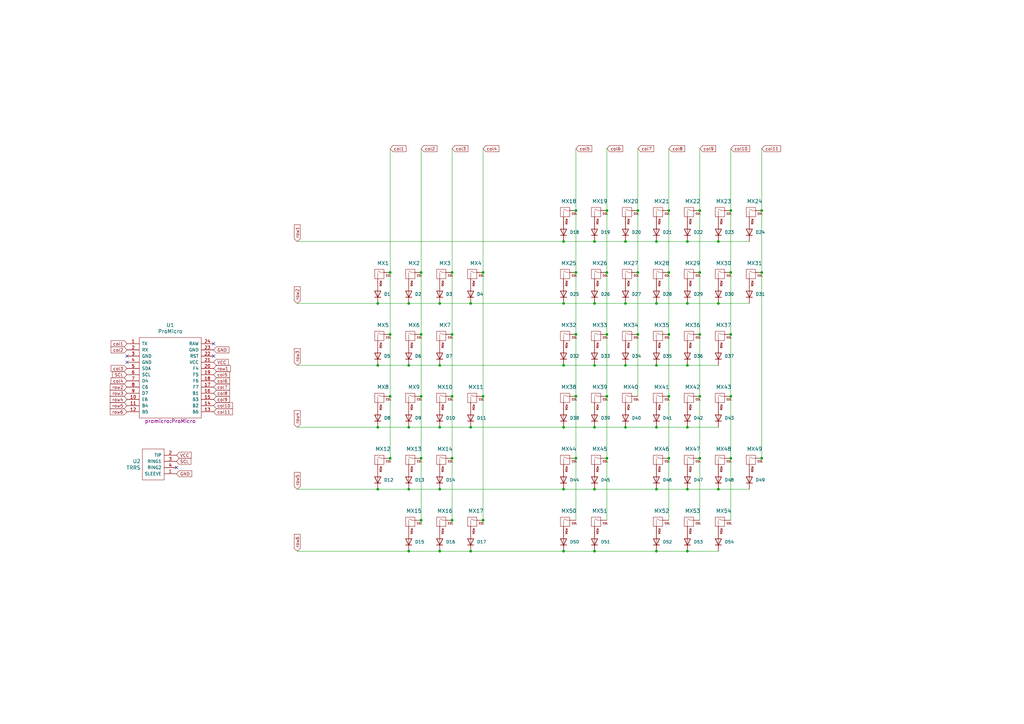
<source format=kicad_sch>
(kicad_sch (version 20230121) (generator eeschema)
  (paper "A3")
  (junction (at 154.94 175.26))
  (junction (at 236.22 86.36))
  (junction (at 287.02 86.36))
  (junction (at 294.64 124.46))
  (junction (at 269.24 226.06))
  (junction (at 243.84 200.66))
  (junction (at 287.02 162.56))
  (junction (at 274.32 111.76))
  (junction (at 287.02 111.76))
  (junction (at 312.42 86.36))
  (junction (at 281.94 175.26))
  (junction (at 312.42 111.76))
  (junction (at 231.14 226.06))
  (junction (at 274.32 86.36))
  (junction (at 193.04 226.06))
  (junction (at 269.24 149.86))
  (junction (at 281.94 200.66))
  (junction (at 261.62 86.36))
  (junction (at 243.84 99.06))
  (junction (at 281.94 149.86))
  (junction (at 172.72 137.16))
  (junction (at 231.14 149.86))
  (junction (at 274.32 187.96))
  (junction (at 160.02 111.76))
  (junction (at 248.92 187.96))
  (junction (at 198.12 162.56))
  (junction (at 185.42 213.36))
  (junction (at 185.42 111.76))
  (junction (at 160.02 187.96))
  (junction (at 248.92 111.76))
  (junction (at 248.92 137.16))
  (junction (at 167.64 226.06))
  (junction (at 172.72 213.36))
  (junction (at 269.24 175.26))
  (junction (at 243.84 226.06))
  (junction (at 299.72 137.16))
  (junction (at 243.84 124.46))
  (junction (at 160.02 162.56))
  (junction (at 180.34 149.86))
  (junction (at 299.72 86.36))
  (junction (at 185.42 137.16))
  (junction (at 172.72 111.76))
  (junction (at 299.72 162.56))
  (junction (at 185.42 162.56))
  (junction (at 236.22 137.16))
  (junction (at 231.14 200.66))
  (junction (at 236.22 111.76))
  (junction (at 312.42 187.96))
  (junction (at 154.94 149.86))
  (junction (at 231.14 99.06))
  (junction (at 269.24 200.66))
  (junction (at 299.72 187.96))
  (junction (at 167.64 149.86))
  (junction (at 172.72 162.56))
  (junction (at 287.02 187.96))
  (junction (at 198.12 213.36))
  (junction (at 256.54 99.06))
  (junction (at 180.34 175.26))
  (junction (at 167.64 200.66))
  (junction (at 256.54 124.46))
  (junction (at 248.92 162.56))
  (junction (at 243.84 149.86))
  (junction (at 180.34 124.46))
  (junction (at 193.04 124.46))
  (junction (at 281.94 124.46))
  (junction (at 154.94 124.46))
  (junction (at 294.64 99.06))
  (junction (at 294.64 200.66))
  (junction (at 180.34 226.06))
  (junction (at 256.54 149.86))
  (junction (at 231.14 175.26))
  (junction (at 198.12 111.76))
  (junction (at 154.94 200.66))
  (junction (at 180.34 200.66))
  (junction (at 281.94 99.06))
  (junction (at 256.54 175.26))
  (junction (at 248.92 86.36))
  (junction (at 167.64 175.26))
  (junction (at 269.24 99.06))
  (junction (at 287.02 137.16))
  (junction (at 274.32 162.56))
  (junction (at 261.62 111.76))
  (junction (at 231.14 124.46))
  (junction (at 236.22 162.56))
  (junction (at 269.24 124.46))
  (junction (at 299.72 111.76))
  (junction (at 274.32 137.16))
  (junction (at 167.64 124.46))
  (junction (at 236.22 187.96))
  (junction (at 243.84 175.26))
  (junction (at 261.62 137.16))
  (junction (at 193.04 175.26))
  (junction (at 160.02 137.16))
  (junction (at 281.94 226.06))
  (junction (at 172.72 187.96))
  (junction (at 185.42 187.96))
  (no_connect (at 87.63 146.05))
  (no_connect (at 52.07 148.59))
  (no_connect (at 72.39 191.77))
  (no_connect (at 87.63 140.97))
  (no_connect (at 52.07 146.05))
  (wire (pts (xy 256.54 175.26) (xy 269.24 175.26)))
  (wire (pts (xy 154.94 149.86) (xy 167.64 149.86)))
  (wire (pts (xy 160.02 111.76) (xy 160.02 137.16)))
  (wire (pts (xy 299.72 86.36) (xy 299.72 111.76)))
  (wire (pts (xy 312.42 187.96) (xy 312.42 189.23)))
  (wire (pts (xy 172.72 162.56) (xy 172.72 187.96)))
  (wire (pts (xy 231.14 175.26) (xy 243.84 175.26)))
  (wire (pts (xy 287.02 111.76) (xy 287.02 137.16)))
  (wire (pts (xy 243.84 124.46) (xy 256.54 124.46)))
  (wire (pts (xy 236.22 137.16) (xy 236.22 162.56)))
  (wire (pts (xy 287.02 137.16) (xy 287.02 162.56)))
  (wire (pts (xy 256.54 124.46) (xy 269.24 124.46)))
  (wire (pts (xy 198.12 162.56) (xy 198.12 213.36)))
  (wire (pts (xy 274.32 111.76) (xy 274.32 137.16)))
  (wire (pts (xy 231.14 149.86) (xy 243.84 149.86)))
  (wire (pts (xy 236.22 162.56) (xy 236.22 187.96)))
  (wire (pts (xy 281.94 175.26) (xy 294.64 175.26)))
  (wire (pts (xy 248.92 86.36) (xy 248.92 111.76)))
  (wire (pts (xy 160.02 189.23) (xy 160.02 187.96)))
  (wire (pts (xy 193.04 175.26) (xy 231.14 175.26)))
  (wire (pts (xy 160.02 162.56) (xy 160.02 187.96)))
  (wire (pts (xy 121.92 99.06) (xy 231.14 99.06)))
  (wire (pts (xy 172.72 60.96) (xy 172.72 111.76)))
  (wire (pts (xy 287.02 162.56) (xy 287.02 187.96)))
  (wire (pts (xy 167.64 124.46) (xy 180.34 124.46)))
  (wire (pts (xy 269.24 124.46) (xy 281.94 124.46)))
  (wire (pts (xy 172.72 111.76) (xy 172.72 137.16)))
  (wire (pts (xy 121.92 149.86) (xy 154.94 149.86)))
  (wire (pts (xy 299.72 162.56) (xy 299.72 187.96)))
  (wire (pts (xy 198.12 111.76) (xy 198.12 162.56)))
  (wire (pts (xy 180.34 124.46) (xy 193.04 124.46)))
  (wire (pts (xy 261.62 111.76) (xy 261.62 137.16)))
  (wire (pts (xy 154.94 200.66) (xy 167.64 200.66)))
  (wire (pts (xy 312.42 60.96) (xy 312.42 86.36)))
  (wire (pts (xy 185.42 162.56) (xy 185.42 187.96)))
  (wire (pts (xy 154.94 175.26) (xy 167.64 175.26)))
  (wire (pts (xy 198.12 214.63) (xy 198.12 213.36)))
  (wire (pts (xy 274.32 162.56) (xy 274.32 187.96)))
  (wire (pts (xy 231.14 99.06) (xy 243.84 99.06)))
  (wire (pts (xy 121.92 200.66) (xy 154.94 200.66)))
  (wire (pts (xy 167.64 226.06) (xy 180.34 226.06)))
  (wire (pts (xy 167.64 200.66) (xy 180.34 200.66)))
  (wire (pts (xy 243.84 226.06) (xy 269.24 226.06)))
  (wire (pts (xy 269.24 200.66) (xy 281.94 200.66)))
  (wire (pts (xy 281.94 99.06) (xy 294.64 99.06)))
  (wire (pts (xy 261.62 86.36) (xy 261.62 111.76)))
  (wire (pts (xy 274.32 60.96) (xy 274.32 86.36)))
  (wire (pts (xy 185.42 214.63) (xy 185.42 213.36)))
  (wire (pts (xy 299.72 60.96) (xy 299.72 86.36)))
  (wire (pts (xy 281.94 200.66) (xy 294.64 200.66)))
  (wire (pts (xy 269.24 175.26) (xy 281.94 175.26)))
  (wire (pts (xy 231.14 200.66) (xy 243.84 200.66)))
  (wire (pts (xy 299.72 187.96) (xy 299.72 213.36)))
  (wire (pts (xy 243.84 200.66) (xy 269.24 200.66)))
  (wire (pts (xy 193.04 226.06) (xy 231.14 226.06)))
  (wire (pts (xy 248.92 137.16) (xy 248.92 162.56)))
  (wire (pts (xy 274.32 187.96) (xy 274.32 213.36)))
  (wire (pts (xy 281.94 124.46) (xy 294.64 124.46)))
  (wire (pts (xy 180.34 226.06) (xy 193.04 226.06)))
  (wire (pts (xy 172.72 187.96) (xy 172.72 213.36)))
  (wire (pts (xy 154.94 124.46) (xy 167.64 124.46)))
  (wire (pts (xy 243.84 99.06) (xy 256.54 99.06)))
  (wire (pts (xy 167.64 175.26) (xy 180.34 175.26)))
  (wire (pts (xy 236.22 86.36) (xy 236.22 111.76)))
  (wire (pts (xy 193.04 124.46) (xy 231.14 124.46)))
  (wire (pts (xy 299.72 111.76) (xy 299.72 137.16)))
  (wire (pts (xy 180.34 149.86) (xy 231.14 149.86)))
  (wire (pts (xy 243.84 149.86) (xy 256.54 149.86)))
  (wire (pts (xy 281.94 149.86) (xy 294.64 149.86)))
  (wire (pts (xy 198.12 60.96) (xy 198.12 111.76)))
  (wire (pts (xy 269.24 99.06) (xy 281.94 99.06)))
  (wire (pts (xy 172.72 137.16) (xy 172.72 162.56)))
  (wire (pts (xy 185.42 111.76) (xy 185.42 137.16)))
  (wire (pts (xy 287.02 86.36) (xy 287.02 111.76)))
  (wire (pts (xy 294.64 200.66) (xy 307.34 200.66)))
  (wire (pts (xy 236.22 187.96) (xy 236.22 213.36)))
  (wire (pts (xy 294.64 99.06) (xy 307.34 99.06)))
  (wire (pts (xy 172.72 214.63) (xy 172.72 213.36)))
  (wire (pts (xy 294.64 124.46) (xy 307.34 124.46)))
  (wire (pts (xy 287.02 60.96) (xy 287.02 86.36)))
  (wire (pts (xy 281.94 226.06) (xy 294.64 226.06)))
  (wire (pts (xy 121.92 175.26) (xy 154.94 175.26)))
  (wire (pts (xy 243.84 175.26) (xy 256.54 175.26)))
  (wire (pts (xy 121.92 124.46) (xy 154.94 124.46)))
  (wire (pts (xy 274.32 86.36) (xy 274.32 111.76)))
  (wire (pts (xy 231.14 124.46) (xy 243.84 124.46)))
  (wire (pts (xy 269.24 149.86) (xy 281.94 149.86)))
  (wire (pts (xy 167.64 149.86) (xy 180.34 149.86)))
  (wire (pts (xy 231.14 226.06) (xy 243.84 226.06)))
  (wire (pts (xy 312.42 111.76) (xy 312.42 187.96)))
  (wire (pts (xy 236.22 60.96) (xy 236.22 86.36)))
  (wire (pts (xy 180.34 200.66) (xy 231.14 200.66)))
  (wire (pts (xy 121.92 226.06) (xy 167.64 226.06)))
  (wire (pts (xy 248.92 111.76) (xy 248.92 137.16)))
  (wire (pts (xy 287.02 187.96) (xy 287.02 213.36)))
  (wire (pts (xy 185.42 137.16) (xy 185.42 162.56)))
  (wire (pts (xy 248.92 162.56) (xy 248.92 187.96)))
  (wire (pts (xy 299.72 137.16) (xy 299.72 162.56)))
  (wire (pts (xy 261.62 137.16) (xy 261.62 162.56)))
  (wire (pts (xy 248.92 60.96) (xy 248.92 86.36)))
  (wire (pts (xy 248.92 187.96) (xy 248.92 213.36)))
  (wire (pts (xy 185.42 60.96) (xy 185.42 111.76)))
  (wire (pts (xy 312.42 86.36) (xy 312.42 111.76)))
  (wire (pts (xy 256.54 99.06) (xy 269.24 99.06)))
  (wire (pts (xy 256.54 149.86) (xy 269.24 149.86)))
  (wire (pts (xy 160.02 137.16) (xy 160.02 162.56)))
  (wire (pts (xy 185.42 187.96) (xy 185.42 213.36)))
  (wire (pts (xy 160.02 60.96) (xy 160.02 111.76)))
  (wire (pts (xy 261.62 60.96) (xy 261.62 86.36)))
  (wire (pts (xy 180.34 175.26) (xy 193.04 175.26)))
  (wire (pts (xy 236.22 111.76) (xy 236.22 137.16)))
  (wire (pts (xy 269.24 226.06) (xy 281.94 226.06)))
  (wire (pts (xy 274.32 137.16) (xy 274.32 162.56)))
  (global_label "row4" (shape input) (at 121.92 175.26 90) (property "Intersheetrefs" "${INTERSHEET_REFS}" (effects hide)))
  (global_label "col3" (shape input) (at 185.42 60.96 0) (property "Intersheetrefs" "${INTERSHEET_REFS}" (effects hide)))
  (global_label "col7" (shape input) (at 87.63 158.75 0) (property "Intersheetrefs" "${INTERSHEET_REFS}" (effects hide)))
  (global_label "GND" (shape input) (at 87.63 143.51 0) (property "Intersheetrefs" "${INTERSHEET_REFS}" (effects hide)))
  (global_label "VCC" (shape input) (at 72.39 186.69 0) (property "Intersheetrefs" "${INTERSHEET_REFS}" (effects hide)))
  (global_label "SCL" (shape input) (at 52.07 153.67 180) (property "Intersheetrefs" "${INTERSHEET_REFS}" (effects hide)))
  (global_label "row3" (shape input) (at 52.07 161.29 180) (property "Intersheetrefs" "${INTERSHEET_REFS}" (effects hide)))
  (global_label "col5" (shape input) (at 87.63 153.67 0) (property "Intersheetrefs" "${INTERSHEET_REFS}" (effects hide)))
  (global_label "col9" (shape input) (at 287.02 60.96 0) (property "Intersheetrefs" "${INTERSHEET_REFS}" (effects hide)))
  (global_label "row3" (shape input) (at 121.92 149.86 90) (property "Intersheetrefs" "${INTERSHEET_REFS}" (effects hide)))
  (global_label "row1" (shape input) (at 87.63 151.13 0) (property "Intersheetrefs" "${INTERSHEET_REFS}" (effects hide)))
  (global_label "col7" (shape input) (at 261.62 60.96 0) (property "Intersheetrefs" "${INTERSHEET_REFS}" (effects hide)))
  (global_label "col8" (shape input) (at 274.32 60.96 0) (property "Intersheetrefs" "${INTERSHEET_REFS}" (effects hide)))
  (global_label "col10" (shape input) (at 299.72 60.96 0) (property "Intersheetrefs" "${INTERSHEET_REFS}" (effects hide)))
  (global_label "col8" (shape input) (at 87.63 161.29 0) (property "Intersheetrefs" "${INTERSHEET_REFS}" (effects hide)))
  (global_label "row2" (shape input) (at 121.92 124.46 90) (property "Intersheetrefs" "${INTERSHEET_REFS}" (effects hide)))
  (global_label "row5" (shape input) (at 52.07 166.37 180) (property "Intersheetrefs" "${INTERSHEET_REFS}" (effects hide)))
  (global_label "row1" (shape input) (at 121.92 99.06 90) (property "Intersheetrefs" "${INTERSHEET_REFS}" (effects hide)))
  (global_label "col6" (shape input) (at 87.63 156.21 0) (property "Intersheetrefs" "${INTERSHEET_REFS}" (effects hide)))
  (global_label "col5" (shape input) (at 236.22 60.96 0) (property "Intersheetrefs" "${INTERSHEET_REFS}" (effects hide)))
  (global_label "col3" (shape input) (at 52.07 151.13 180) (property "Intersheetrefs" "${INTERSHEET_REFS}" (effects hide)))
  (global_label "col2" (shape input) (at 172.72 60.96 0) (property "Intersheetrefs" "${INTERSHEET_REFS}" (effects hide)))
  (global_label "SCL" (shape input) (at 72.39 189.23 0) (property "Intersheetrefs" "${INTERSHEET_REFS}" (effects hide)))
  (global_label "GND" (shape input) (at 72.39 194.31 0) (property "Intersheetrefs" "${INTERSHEET_REFS}" (effects hide)))
  (global_label "row2" (shape input) (at 52.07 158.75 180) (property "Intersheetrefs" "${INTERSHEET_REFS}" (effects hide)))
  (global_label "row6" (shape input) (at 52.07 168.91 180) (property "Intersheetrefs" "${INTERSHEET_REFS}" (effects hide)))
  (global_label "col6" (shape input) (at 248.92 60.96 0) (property "Intersheetrefs" "${INTERSHEET_REFS}" (effects hide)))
  (global_label "VCC" (shape input) (at 87.63 148.59 0) (property "Intersheetrefs" "${INTERSHEET_REFS}" (effects hide)))
  (global_label "col4" (shape input) (at 198.12 60.96 0) (property "Intersheetrefs" "${INTERSHEET_REFS}" (effects hide)))
  (global_label "col1" (shape input) (at 160.02 60.96 0) (property "Intersheetrefs" "${INTERSHEET_REFS}" (effects hide)))
  (global_label "col4" (shape input) (at 52.07 156.21 180) (property "Intersheetrefs" "${INTERSHEET_REFS}" (effects hide)))
  (global_label "row5" (shape input) (at 121.92 200.66 90) (property "Intersheetrefs" "${INTERSHEET_REFS}" (effects hide)))
  (global_label "row4" (shape input) (at 52.07 163.83 180) (property "Intersheetrefs" "${INTERSHEET_REFS}" (effects hide)))
  (global_label "col2" (shape input) (at 52.07 143.51 180) (property "Intersheetrefs" "${INTERSHEET_REFS}" (effects hide)))
  (global_label "col9" (shape input) (at 87.63 163.83 0) (property "Intersheetrefs" "${INTERSHEET_REFS}" (effects hide)))
  (global_label "row6" (shape input) (at 121.92 226.06 90) (property "Intersheetrefs" "${INTERSHEET_REFS}" (effects hide)))
  (global_label "col11" (shape input) (at 87.63 168.91 0) (property "Intersheetrefs" "${INTERSHEET_REFS}" (effects hide)))
  (global_label "col11" (shape input) (at 312.42 60.96 0) (property "Intersheetrefs" "${INTERSHEET_REFS}" (effects hide)))
  (global_label "col10" (shape input) (at 87.63 166.37 0) (property "Intersheetrefs" "${INTERSHEET_REFS}" (effects hide)))
  (global_label "col1" (shape input) (at 52.07 140.97 180) (property "Intersheetrefs" "${INTERSHEET_REFS}" (effects hide)))
  (symbol (lib_id "Diode:1N4148") (at 243.84 222.25 90) (unit 1)
    (property "Reference" "D51" (at 246.38 222.25 90) (effects (justify right)))
    (property "Value" "1N4148" (effects hide))
    (property "Footprint" "Diode_THT:D_DO-35_SOD27_P7.62mm_Horizontal" (effects hide))
    (property "Datasheet" "https://assets.nexperia.com/documents/data-sheet/1N4148_1N4448.pdf" (effects hide))
    (property "Sim.Device" "D" (effects hide))
    (property "Sim.Pins" "1=K 2=A" (effects hide))
  )
  (symbol (lib_id "MX_Alps_Hybrid:MX-NoLED") (at 154.94 142.24 0) (unit 1)
    (property "Reference" "MX5" (at 157.0932 133.35 0) (effects (font (size 1.524 1.524))))
    (property "Value" "MX-NoLED" (effects hide))
    (property "Footprint" "MX_Only:MXOnly-1U-Hotswap" (effects hide))
  )
  (symbol (lib_id "Diode:1N4148") (at 294.64 146.05 90) (unit 1)
    (property "Reference" "D37" (at 297.18 146.05 90) (effects (justify right)))
    (property "Value" "1N4148" (effects hide))
    (property "Footprint" "Diode_THT:D_DO-35_SOD27_P7.62mm_Horizontal" (effects hide))
    (property "Datasheet" "https://assets.nexperia.com/documents/data-sheet/1N4148_1N4448.pdf" (effects hide))
    (property "Sim.Device" "D" (effects hide))
    (property "Sim.Pins" "1=K 2=A" (effects hide))
  )
  (symbol (lib_id "MX_Alps_Hybrid:MX-NoLED") (at 180.34 116.84 0) (unit 1)
    (property "Reference" "MX3" (at 182.4932 107.95 0) (effects (font (size 1.524 1.524))))
    (property "Value" "MX-NoLED" (effects hide))
    (property "Footprint" "MX_Only:MXOnly-1U-Hotswap" (effects hide))
  )
  (symbol (lib_id "Diode:1N4148") (at 294.64 120.65 90) (unit 1)
    (property "Reference" "D30" (at 297.18 120.65 90) (effects (justify right)))
    (property "Value" "1N4148" (effects hide))
    (property "Footprint" "Diode_THT:D_DO-35_SOD27_P7.62mm_Horizontal" (effects hide))
    (property "Datasheet" "https://assets.nexperia.com/documents/data-sheet/1N4148_1N4448.pdf" (effects hide))
    (property "Sim.Device" "D" (effects hide))
    (property "Sim.Pins" "1=K 2=A" (effects hide))
  )
  (symbol (lib_id "Diode:1N4148") (at 180.34 171.45 90) (unit 1)
    (property "Reference" "D10" (at 182.88 171.45 90) (effects (justify right)))
    (property "Value" "1N4148" (effects hide))
    (property "Footprint" "Diode_THT:D_DO-35_SOD27_P7.62mm_Horizontal" (effects hide))
    (property "Datasheet" "https://assets.nexperia.com/documents/data-sheet/1N4148_1N4448.pdf" (effects hide))
    (property "Sim.Device" "D" (effects hide))
    (property "Sim.Pins" "1=K 2=A" (effects hide))
  )
  (symbol (lib_id "Diode:1N4148") (at 269.24 196.85 90) (unit 1)
    (property "Reference" "D46" (at 271.78 196.85 90) (effects (justify right)))
    (property "Value" "1N4148" (effects hide))
    (property "Footprint" "Diode_THT:D_DO-35_SOD27_P7.62mm_Horizontal" (effects hide))
    (property "Datasheet" "https://assets.nexperia.com/documents/data-sheet/1N4148_1N4448.pdf" (effects hide))
    (property "Sim.Device" "D" (effects hide))
    (property "Sim.Pins" "1=K 2=A" (effects hide))
  )
  (symbol (lib_id "MX_Alps_Hybrid:MX-NoLED") (at 294.64 218.44 0) (unit 1)
    (property "Reference" "MX54" (at 296.7932 209.55 0) (effects (font (size 1.524 1.524))))
    (property "Value" "MX-NoLED" (effects hide))
    (property "Footprint" "MX_Only:MXOnly-2.25U-Hotswap" (effects hide))
  )
  (symbol (lib_id "MX_Alps_Hybrid:MX-NoLED") (at 269.24 142.24 0) (unit 1)
    (property "Reference" "MX35" (at 271.3932 133.35 0) (effects (font (size 1.524 1.524))))
    (property "Value" "MX-NoLED" (effects hide))
    (property "Footprint" "MX_Only:MXOnly-1U-Hotswap" (effects hide))
  )
  (symbol (lib_id "MX_Alps_Hybrid:MX-NoLED") (at 231.14 116.84 0) (unit 1)
    (property "Reference" "MX25" (at 233.2932 107.95 0) (effects (font (size 1.524 1.524))))
    (property "Value" "MX-NoLED" (effects hide))
    (property "Footprint" "MX_Only:MXOnly-1U-Hotswap" (effects hide))
  )
  (symbol (lib_id "Diode:1N4148") (at 180.34 196.85 90) (unit 1)
    (property "Reference" "D14" (at 182.88 196.85 90) (effects (justify right)))
    (property "Value" "1N4148" (effects hide))
    (property "Footprint" "Diode_THT:D_DO-35_SOD27_P7.62mm_Horizontal" (effects hide))
    (property "Datasheet" "https://assets.nexperia.com/documents/data-sheet/1N4148_1N4448.pdf" (effects hide))
    (property "Sim.Device" "D" (effects hide))
    (property "Sim.Pins" "1=K 2=A" (effects hide))
  )
  (symbol (lib_id "MX_Alps_Hybrid:MX-NoLED") (at 180.34 193.04 0) (unit 1)
    (property "Reference" "MX14" (at 182.4932 184.15 0) (effects (font (size 1.524 1.524))))
    (property "Value" "MX-NoLED" (effects hide))
    (property "Footprint" "MX_Only:MXOnly-1U-Hotswap" (effects hide))
  )
  (symbol (lib_id "MX_Alps_Hybrid:MX-NoLED") (at 281.94 142.24 0) (unit 1)
    (property "Reference" "MX36" (at 284.0932 133.35 0) (effects (font (size 1.524 1.524))))
    (property "Value" "MX-NoLED" (effects hide))
    (property "Footprint" "MX_Only:MXOnly-1U-Hotswap" (effects hide))
  )
  (symbol (lib_id "MX_Alps_Hybrid:MX-NoLED") (at 256.54 167.64 0) (unit 1)
    (property "Reference" "MX40" (at 258.6932 158.75 0) (effects (font (size 1.524 1.524))))
    (property "Value" "MX-NoLED" (effects hide))
    (property "Footprint" "MX_Only:MXOnly-1U-Hotswap" (effects hide))
  )
  (symbol (lib_id "Diode:1N4148") (at 294.64 95.25 90) (unit 1)
    (property "Reference" "D23" (at 297.18 95.25 90) (effects (justify right)))
    (property "Value" "1N4148" (effects hide))
    (property "Footprint" "Diode_THT:D_DO-35_SOD27_P7.62mm_Horizontal" (effects hide))
    (property "Datasheet" "https://assets.nexperia.com/documents/data-sheet/1N4148_1N4448.pdf" (effects hide))
    (property "Sim.Device" "D" (effects hide))
    (property "Sim.Pins" "1=K 2=A" (effects hide))
  )
  (symbol (lib_id "MX_Alps_Hybrid:MX-NoLED") (at 154.94 193.04 0) (unit 1)
    (property "Reference" "MX12" (at 157.0932 184.15 0) (effects (font (size 1.524 1.524))))
    (property "Value" "MX-NoLED" (effects hide))
    (property "Footprint" "MX_Only:MXOnly-1U-Hotswap" (effects hide))
  )
  (symbol (lib_id "MX_Alps_Hybrid:MX-NoLED") (at 269.24 193.04 0) (unit 1)
    (property "Reference" "MX46" (at 271.3932 184.15 0) (effects (font (size 1.524 1.524))))
    (property "Value" "MX-NoLED" (effects hide))
    (property "Footprint" "MX_Only:MXOnly-1U-Hotswap" (effects hide))
  )
  (symbol (lib_id "fourier-left-rescue:TRRS-keebio") (at 63.5 196.85 0) (mirror y) (unit 1)
    (property "Reference" "U2" (at 57.7088 189.1538 0) (effects (font (size 1.524 1.524)) (justify left)))
    (property "Value" "TRRS" (at 57.7088 191.8462 0) (effects (font (size 1.524 1.524)) (justify left)))
    (property "Footprint" "pj320:TRRS-PJ-320A" (effects hide))
  )
  (symbol (lib_id "MX_Alps_Hybrid:MX-NoLED") (at 167.64 142.24 0) (unit 1)
    (property "Reference" "MX6" (at 169.7932 133.35 0) (effects (font (size 1.524 1.524))))
    (property "Value" "MX-NoLED" (effects hide))
    (property "Footprint" "MX_Only:MXOnly-1U-Hotswap" (effects hide))
  )
  (symbol (lib_id "Diode:1N4148") (at 281.94 95.25 90) (unit 1)
    (property "Reference" "D22" (at 284.48 95.25 90) (effects (justify right)))
    (property "Value" "1N4148" (effects hide))
    (property "Footprint" "Diode_THT:D_DO-35_SOD27_P7.62mm_Horizontal" (effects hide))
    (property "Datasheet" "https://assets.nexperia.com/documents/data-sheet/1N4148_1N4448.pdf" (effects hide))
    (property "Sim.Device" "D" (effects hide))
    (property "Sim.Pins" "1=K 2=A" (effects hide))
  )
  (symbol (lib_id "Diode:1N4148") (at 243.84 146.05 90) (unit 1)
    (property "Reference" "D33" (at 246.38 146.05 90) (effects (justify right)))
    (property "Value" "1N4148" (effects hide))
    (property "Footprint" "Diode_THT:D_DO-35_SOD27_P7.62mm_Horizontal" (effects hide))
    (property "Datasheet" "https://assets.nexperia.com/documents/data-sheet/1N4148_1N4448.pdf" (effects hide))
    (property "Sim.Device" "D" (effects hide))
    (property "Sim.Pins" "1=K 2=A" (effects hide))
  )
  (symbol (lib_id "Diode:1N4148") (at 167.64 196.85 90) (unit 1)
    (property "Reference" "D13" (at 170.18 196.85 90) (effects (justify right)))
    (property "Value" "1N4148" (effects hide))
    (property "Footprint" "Diode_THT:D_DO-35_SOD27_P7.62mm_Horizontal" (effects hide))
    (property "Datasheet" "https://assets.nexperia.com/documents/data-sheet/1N4148_1N4448.pdf" (effects hide))
    (property "Sim.Device" "D" (effects hide))
    (property "Sim.Pins" "1=K 2=A" (effects hide))
  )
  (symbol (lib_id "MX_Alps_Hybrid:MX-NoLED") (at 167.64 218.44 0) (unit 1)
    (property "Reference" "MX15" (at 169.7932 209.55 0) (effects (font (size 1.524 1.524))))
    (property "Value" "MX-NoLED" (effects hide))
    (property "Footprint" "MX_Only:MXOnly-2U-Hotswap" (effects hide))
  )
  (symbol (lib_id "MX_Alps_Hybrid:MX-NoLED") (at 231.14 193.04 0) (unit 1)
    (property "Reference" "MX44" (at 233.2932 184.15 0) (effects (font (size 1.524 1.524))))
    (property "Value" "MX-NoLED" (effects hide))
    (property "Footprint" "MX_Only:MXOnly-2.25U-Hotswap" (effects hide))
  )
  (symbol (lib_id "Diode:1N4148") (at 294.64 196.85 90) (unit 1)
    (property "Reference" "D48" (at 297.18 196.85 90) (effects (justify right)))
    (property "Value" "1N4148" (effects hide))
    (property "Footprint" "Diode_THT:D_DO-35_SOD27_P7.62mm_Horizontal" (effects hide))
    (property "Datasheet" "https://assets.nexperia.com/documents/data-sheet/1N4148_1N4448.pdf" (effects hide))
    (property "Sim.Device" "D" (effects hide))
    (property "Sim.Pins" "1=K 2=A" (effects hide))
  )
  (symbol (lib_id "MX_Alps_Hybrid:MX-NoLED") (at 256.54 116.84 0) (unit 1)
    (property "Reference" "MX27" (at 258.6932 107.95 0) (effects (font (size 1.524 1.524))))
    (property "Value" "MX-NoLED" (effects hide))
    (property "Footprint" "MX_Only:MXOnly-1U-Hotswap" (effects hide))
  )
  (symbol (lib_id "Diode:1N4148") (at 307.34 95.25 90) (unit 1)
    (property "Reference" "D24" (at 309.88 95.25 90) (effects (justify right)))
    (property "Value" "1N4148" (effects hide))
    (property "Footprint" "Diode_THT:D_DO-35_SOD27_P7.62mm_Horizontal" (effects hide))
    (property "Datasheet" "https://assets.nexperia.com/documents/data-sheet/1N4148_1N4448.pdf" (effects hide))
    (property "Sim.Device" "D" (effects hide))
    (property "Sim.Pins" "1=K 2=A" (effects hide))
  )
  (symbol (lib_id "promicro:ProMicro") (at 69.85 160.02 0) (unit 1)
    (property "Reference" "U1" (at 69.85 133.35 0) (effects (font (size 1.524 1.524))))
    (property "Value" "ProMicro" (at 69.85 135.89 0) (effects (font (size 1.524 1.524))))
    (property "Footprint" "promicro:ProMicro" (at 69.85 172.72 0) (effects (font (size 1.524 1.524))))
  )
  (symbol (lib_id "Diode:1N4148") (at 167.64 222.25 90) (unit 1)
    (property "Reference" "D15" (at 170.18 222.25 90) (effects (justify right)))
    (property "Value" "1N4148" (effects hide))
    (property "Footprint" "Diode_THT:D_DO-35_SOD27_P7.62mm_Horizontal" (effects hide))
    (property "Datasheet" "https://assets.nexperia.com/documents/data-sheet/1N4148_1N4448.pdf" (effects hide))
    (property "Sim.Device" "D" (effects hide))
    (property "Sim.Pins" "1=K 2=A" (effects hide))
  )
  (symbol (lib_id "MX_Alps_Hybrid:MX-NoLED") (at 243.84 91.44 0) (unit 1)
    (property "Reference" "MX19" (at 245.9932 82.55 0) (effects (font (size 1.524 1.524))))
    (property "Value" "MX-NoLED" (effects hide))
    (property "Footprint" "MX_Only:MXOnly-1U-Hotswap" (effects hide))
  )
  (symbol (lib_id "MX_Alps_Hybrid:MX-NoLED") (at 256.54 91.44 0) (unit 1)
    (property "Reference" "MX20" (at 258.6932 82.55 0) (effects (font (size 1.524 1.524))))
    (property "Value" "MX-NoLED" (effects hide))
    (property "Footprint" "MX_Only:MXOnly-1U-Hotswap" (effects hide))
  )
  (symbol (lib_id "MX_Alps_Hybrid:MX-NoLED") (at 269.24 116.84 0) (unit 1)
    (property "Reference" "MX28" (at 271.3932 107.95 0) (effects (font (size 1.524 1.524))))
    (property "Value" "MX-NoLED" (effects hide))
    (property "Footprint" "MX_Only:MXOnly-1U-Hotswap" (effects hide))
  )
  (symbol (lib_id "Diode:1N4148") (at 243.84 171.45 90) (unit 1)
    (property "Reference" "D39" (at 246.38 171.45 90) (effects (justify right)))
    (property "Value" "1N4148" (effects hide))
    (property "Footprint" "Diode_THT:D_DO-35_SOD27_P7.62mm_Horizontal" (effects hide))
    (property "Datasheet" "https://assets.nexperia.com/documents/data-sheet/1N4148_1N4448.pdf" (effects hide))
    (property "Sim.Device" "D" (effects hide))
    (property "Sim.Pins" "1=K 2=A" (effects hide))
  )
  (symbol (lib_id "Diode:1N4148") (at 167.64 120.65 90) (unit 1)
    (property "Reference" "D2" (at 170.18 120.65 90) (effects (justify right)))
    (property "Value" "1N4148" (effects hide))
    (property "Footprint" "Diode_THT:D_DO-35_SOD27_P7.62mm_Horizontal" (effects hide))
    (property "Datasheet" "https://assets.nexperia.com/documents/data-sheet/1N4148_1N4448.pdf" (effects hide))
    (property "Sim.Device" "D" (effects hide))
    (property "Sim.Pins" "1=K 2=A" (effects hide))
  )
  (symbol (lib_id "MX_Alps_Hybrid:MX-NoLED") (at 180.34 167.64 0) (unit 1)
    (property "Reference" "MX10" (at 182.4932 158.75 0) (effects (font (size 1.524 1.524))))
    (property "Value" "MX-NoLED" (effects hide))
    (property "Footprint" "MX_Only:MXOnly-1U-Hotswap" (effects hide))
  )
  (symbol (lib_id "Diode:1N4148") (at 294.64 171.45 90) (unit 1)
    (property "Reference" "D43" (at 297.18 171.45 90) (effects (justify right)))
    (property "Value" "1N4148" (effects hide))
    (property "Footprint" "Diode_THT:D_DO-35_SOD27_P7.62mm_Horizontal" (effects hide))
    (property "Datasheet" "https://assets.nexperia.com/documents/data-sheet/1N4148_1N4448.pdf" (effects hide))
    (property "Sim.Device" "D" (effects hide))
    (property "Sim.Pins" "1=K 2=A" (effects hide))
  )
  (symbol (lib_id "Diode:1N4148") (at 180.34 146.05 90) (unit 1)
    (property "Reference" "D7" (at 182.88 146.05 90) (effects (justify right)))
    (property "Value" "1N4148" (effects hide))
    (property "Footprint" "Diode_THT:D_DO-35_SOD27_P7.62mm_Horizontal" (effects hide))
    (property "Datasheet" "https://assets.nexperia.com/documents/data-sheet/1N4148_1N4448.pdf" (effects hide))
    (property "Sim.Device" "D" (effects hide))
    (property "Sim.Pins" "1=K 2=A" (effects hide))
  )
  (symbol (lib_id "Diode:1N4148") (at 193.04 120.65 90) (unit 1)
    (property "Reference" "D4" (at 195.58 120.65 90) (effects (justify right)))
    (property "Value" "1N4148" (effects hide))
    (property "Footprint" "Diode_THT:D_DO-35_SOD27_P7.62mm_Horizontal" (effects hide))
    (property "Datasheet" "https://assets.nexperia.com/documents/data-sheet/1N4148_1N4448.pdf" (effects hide))
    (property "Sim.Device" "D" (effects hide))
    (property "Sim.Pins" "1=K 2=A" (effects hide))
  )
  (symbol (lib_id "MX_Alps_Hybrid:MX-NoLED") (at 193.04 167.64 0) (unit 1)
    (property "Reference" "MX11" (at 195.1932 158.75 0) (effects (font (size 1.524 1.524))))
    (property "Value" "MX-NoLED" (effects hide))
    (property "Footprint" "MX_Only:MXOnly-2U-Hotswap-VerticalStabilizers" (effects hide))
  )
  (symbol (lib_id "Diode:1N4148") (at 154.94 171.45 90) (unit 1)
    (property "Reference" "D8" (at 157.48 171.45 90) (effects (justify right)))
    (property "Value" "1N4148" (effects hide))
    (property "Footprint" "Diode_THT:D_DO-35_SOD27_P7.62mm_Horizontal" (effects hide))
    (property "Datasheet" "https://assets.nexperia.com/documents/data-sheet/1N4148_1N4448.pdf" (effects hide))
    (property "Sim.Device" "D" (effects hide))
    (property "Sim.Pins" "1=K 2=A" (effects hide))
  )
  (symbol (lib_id "MX_Alps_Hybrid:MX-NoLED") (at 294.64 142.24 0) (unit 1)
    (property "Reference" "MX37" (at 296.7932 133.35 0) (effects (font (size 1.524 1.524))))
    (property "Value" "MX-NoLED" (effects hide))
    (property "Footprint" "MX_Only:MXOnly-1U-Hotswap" (effects hide))
  )
  (symbol (lib_id "Diode:1N4148") (at 243.84 95.25 90) (unit 1)
    (property "Reference" "D19" (at 246.38 95.25 90) (effects (justify right)))
    (property "Value" "1N4148" (effects hide))
    (property "Footprint" "Diode_THT:D_DO-35_SOD27_P7.62mm_Horizontal" (effects hide))
    (property "Datasheet" "https://assets.nexperia.com/documents/data-sheet/1N4148_1N4448.pdf" (effects hide))
    (property "Sim.Device" "D" (effects hide))
    (property "Sim.Pins" "1=K 2=A" (effects hide))
  )
  (symbol (lib_id "MX_Alps_Hybrid:MX-NoLED") (at 167.64 167.64 0) (unit 1)
    (property "Reference" "MX9" (at 169.7932 158.75 0) (effects (font (size 1.524 1.524))))
    (property "Value" "MX-NoLED" (effects hide))
    (property "Footprint" "MX_Only:MXOnly-1U-Hotswap" (effects hide))
  )
  (symbol (lib_id "Diode:1N4148") (at 231.14 196.85 90) (unit 1)
    (property "Reference" "D44" (at 233.68 196.85 90) (effects (justify right)))
    (property "Value" "1N4148" (effects hide))
    (property "Footprint" "Diode_THT:D_DO-35_SOD27_P7.62mm_Horizontal" (effects hide))
    (property "Datasheet" "https://assets.nexperia.com/documents/data-sheet/1N4148_1N4448.pdf" (effects hide))
    (property "Sim.Device" "D" (effects hide))
    (property "Sim.Pins" "1=K 2=A" (effects hide))
  )
  (symbol (lib_id "MX_Alps_Hybrid:MX-NoLED") (at 193.04 116.84 0) (unit 1)
    (property "Reference" "MX4" (at 195.1932 107.95 0) (effects (font (size 1.524 1.524))))
    (property "Value" "MX-NoLED" (effects hide))
    (property "Footprint" "MX_Only:MXOnly-1U-Hotswap" (effects hide))
  )
  (symbol (lib_id "Diode:1N4148") (at 167.64 146.05 90) (unit 1)
    (property "Reference" "D6" (at 170.18 146.05 90) (effects (justify right)))
    (property "Value" "1N4148" (effects hide))
    (property "Footprint" "Diode_THT:D_DO-35_SOD27_P7.62mm_Horizontal" (effects hide))
    (property "Datasheet" "https://assets.nexperia.com/documents/data-sheet/1N4148_1N4448.pdf" (effects hide))
    (property "Sim.Device" "D" (effects hide))
    (property "Sim.Pins" "1=K 2=A" (effects hide))
  )
  (symbol (lib_id "Diode:1N4148") (at 269.24 222.25 90) (unit 1)
    (property "Reference" "D52" (at 271.78 222.25 90) (effects (justify right)))
    (property "Value" "1N4148" (effects hide))
    (property "Footprint" "Diode_THT:D_DO-35_SOD27_P7.62mm_Horizontal" (effects hide))
    (property "Datasheet" "https://assets.nexperia.com/documents/data-sheet/1N4148_1N4448.pdf" (effects hide))
    (property "Sim.Device" "D" (effects hide))
    (property "Sim.Pins" "1=K 2=A" (effects hide))
  )
  (symbol (lib_id "Diode:1N4148") (at 281.94 196.85 90) (unit 1)
    (property "Reference" "D47" (at 284.48 196.85 90) (effects (justify right)))
    (property "Value" "1N4148" (effects hide))
    (property "Footprint" "Diode_THT:D_DO-35_SOD27_P7.62mm_Horizontal" (effects hide))
    (property "Datasheet" "https://assets.nexperia.com/documents/data-sheet/1N4148_1N4448.pdf" (effects hide))
    (property "Sim.Device" "D" (effects hide))
    (property "Sim.Pins" "1=K 2=A" (effects hide))
  )
  (symbol (lib_id "Diode:1N4148") (at 154.94 120.65 90) (unit 1)
    (property "Reference" "D1" (at 157.48 120.65 90) (effects (justify right)))
    (property "Value" "1N4148" (effects hide))
    (property "Footprint" "Diode_THT:D_DO-35_SOD27_P7.62mm_Horizontal" (effects hide))
    (property "Datasheet" "https://assets.nexperia.com/documents/data-sheet/1N4148_1N4448.pdf" (effects hide))
    (property "Sim.Device" "D" (effects hide))
    (property "Sim.Pins" "1=K 2=A" (effects hide))
  )
  (symbol (lib_id "MX_Alps_Hybrid:MX-NoLED") (at 243.84 142.24 0) (unit 1)
    (property "Reference" "MX33" (at 245.9932 133.35 0) (effects (font (size 1.524 1.524))))
    (property "Value" "MX-NoLED" (effects hide))
    (property "Footprint" "MX_Only:MXOnly-1U-Hotswap" (effects hide))
  )
  (symbol (lib_id "Diode:1N4148") (at 154.94 196.85 90) (unit 1)
    (property "Reference" "D12" (at 157.48 196.85 90) (effects (justify right)))
    (property "Value" "1N4148" (effects hide))
    (property "Footprint" "Diode_THT:D_DO-35_SOD27_P7.62mm_Horizontal" (effects hide))
    (property "Datasheet" "https://assets.nexperia.com/documents/data-sheet/1N4148_1N4448.pdf" (effects hide))
    (property "Sim.Device" "D" (effects hide))
    (property "Sim.Pins" "1=K 2=A" (effects hide))
  )
  (symbol (lib_id "MX_Alps_Hybrid:MX-NoLED") (at 231.14 218.44 0) (unit 1)
    (property "Reference" "MX50" (at 233.2932 209.55 0) (effects (font (size 1.524 1.524))))
    (property "Value" "MX-NoLED" (effects hide))
    (property "Footprint" "MX_Only:MXOnly-1.25U-Hotswap" (effects hide))
  )
  (symbol (lib_id "Diode:1N4148") (at 281.94 146.05 90) (unit 1)
    (property "Reference" "D36" (at 284.48 146.05 90) (effects (justify right)))
    (property "Value" "1N4148" (effects hide))
    (property "Footprint" "Diode_THT:D_DO-35_SOD27_P7.62mm_Horizontal" (effects hide))
    (property "Datasheet" "https://assets.nexperia.com/documents/data-sheet/1N4148_1N4448.pdf" (effects hide))
    (property "Sim.Device" "D" (effects hide))
    (property "Sim.Pins" "1=K 2=A" (effects hide))
  )
  (symbol (lib_id "MX_Alps_Hybrid:MX-NoLED") (at 281.94 91.44 0) (unit 1)
    (property "Reference" "MX22" (at 284.0932 82.55 0) (effects (font (size 1.524 1.524))))
    (property "Value" "MX-NoLED" (effects hide))
    (property "Footprint" "MX_Only:MXOnly-1U-Hotswap" (effects hide))
  )
  (symbol (lib_id "MX_Alps_Hybrid:MX-NoLED") (at 307.34 193.04 0) (unit 1)
    (property "Reference" "MX49" (at 309.4932 184.15 0) (effects (font (size 1.524 1.524))))
    (property "Value" "MX-NoLED" (effects hide))
    (property "Footprint" "MX_Only:MXOnly-1U-Hotswap" (effects hide))
  )
  (symbol (lib_id "Diode:1N4148") (at 281.94 222.25 90) (unit 1)
    (property "Reference" "D53" (at 284.48 222.25 90) (effects (justify right)))
    (property "Value" "1N4148" (effects hide))
    (property "Footprint" "Diode_THT:D_DO-35_SOD27_P7.62mm_Horizontal" (effects hide))
    (property "Datasheet" "https://assets.nexperia.com/documents/data-sheet/1N4148_1N4448.pdf" (effects hide))
    (property "Sim.Device" "D" (effects hide))
    (property "Sim.Pins" "1=K 2=A" (effects hide))
  )
  (symbol (lib_id "MX_Alps_Hybrid:MX-NoLED") (at 294.64 167.64 0) (unit 1)
    (property "Reference" "MX43" (at 296.7932 158.75 0) (effects (font (size 1.524 1.524))))
    (property "Value" "MX-NoLED" (effects hide))
    (property "Footprint" "MX_Only:MXOnly-1U-Hotswap" (effects hide))
  )
  (symbol (lib_id "Diode:1N4148") (at 269.24 146.05 90) (unit 1)
    (property "Reference" "D35" (at 271.78 146.05 90) (effects (justify right)))
    (property "Value" "1N4148" (effects hide))
    (property "Footprint" "Diode_THT:D_DO-35_SOD27_P7.62mm_Horizontal" (effects hide))
    (property "Datasheet" "https://assets.nexperia.com/documents/data-sheet/1N4148_1N4448.pdf" (effects hide))
    (property "Sim.Device" "D" (effects hide))
    (property "Sim.Pins" "1=K 2=A" (effects hide))
  )
  (symbol (lib_id "Diode:1N4148") (at 307.34 120.65 90) (unit 1)
    (property "Reference" "D31" (at 309.88 120.65 90) (effects (justify right)))
    (property "Value" "1N4148" (effects hide))
    (property "Footprint" "Diode_THT:D_DO-35_SOD27_P7.62mm_Horizontal" (effects hide))
    (property "Datasheet" "https://assets.nexperia.com/documents/data-sheet/1N4148_1N4448.pdf" (effects hide))
    (property "Sim.Device" "D" (effects hide))
    (property "Sim.Pins" "1=K 2=A" (effects hide))
  )
  (symbol (lib_id "Diode:1N4148") (at 269.24 95.25 90) (unit 1)
    (property "Reference" "D21" (at 271.78 95.25 90) (effects (justify right)))
    (property "Value" "1N4148" (effects hide))
    (property "Footprint" "Diode_THT:D_DO-35_SOD27_P7.62mm_Horizontal" (effects hide))
    (property "Datasheet" "https://assets.nexperia.com/documents/data-sheet/1N4148_1N4448.pdf" (effects hide))
    (property "Sim.Device" "D" (effects hide))
    (property "Sim.Pins" "1=K 2=A" (effects hide))
  )
  (symbol (lib_id "MX_Alps_Hybrid:MX-NoLED") (at 167.64 116.84 0) (unit 1)
    (property "Reference" "MX2" (at 169.7932 107.95 0) (effects (font (size 1.524 1.524))))
    (property "Value" "MX-NoLED" (effects hide))
    (property "Footprint" "MX_Only:MXOnly-1U-Hotswap" (effects hide))
  )
  (symbol (lib_id "Diode:1N4148") (at 154.94 146.05 90) (unit 1)
    (property "Reference" "D5" (at 157.48 146.05 90) (effects (justify right)))
    (property "Value" "1N4148" (effects hide))
    (property "Footprint" "Diode_THT:D_DO-35_SOD27_P7.62mm_Horizontal" (effects hide))
    (property "Datasheet" "https://assets.nexperia.com/documents/data-sheet/1N4148_1N4448.pdf" (effects hide))
    (property "Sim.Device" "D" (effects hide))
    (property "Sim.Pins" "1=K 2=A" (effects hide))
  )
  (symbol (lib_id "MX_Alps_Hybrid:MX-NoLED") (at 294.64 91.44 0) (unit 1)
    (property "Reference" "MX23" (at 296.7932 82.55 0) (effects (font (size 1.524 1.524))))
    (property "Value" "MX-NoLED" (effects hide))
    (property "Footprint" "MX_Only:MXOnly-1U-Hotswap" (effects hide))
  )
  (symbol (lib_id "MX_Alps_Hybrid:MX-NoLED") (at 281.94 167.64 0) (unit 1)
    (property "Reference" "MX42" (at 284.0932 158.75 0) (effects (font (size 1.524 1.524))))
    (property "Value" "MX-NoLED" (effects hide))
    (property "Footprint" "MX_Only:MXOnly-1U-Hotswap" (effects hide))
  )
  (symbol (lib_id "Diode:1N4148") (at 231.14 171.45 90) (unit 1)
    (property "Reference" "D38" (at 233.68 171.45 90) (effects (justify right)))
    (property "Value" "1N4148" (effects hide))
    (property "Footprint" "Diode_THT:D_DO-35_SOD27_P7.62mm_Horizontal" (effects hide))
    (property "Datasheet" "https://assets.nexperia.com/documents/data-sheet/1N4148_1N4448.pdf" (effects hide))
    (property "Sim.Device" "D" (effects hide))
    (property "Sim.Pins" "1=K 2=A" (effects hide))
  )
  (symbol (lib_id "MX_Alps_Hybrid:MX-NoLED") (at 281.94 218.44 0) (unit 1)
    (property "Reference" "MX53" (at 284.0932 209.55 0) (effects (font (size 1.524 1.524))))
    (property "Value" "MX-NoLED" (effects hide))
    (property "Footprint" "MX_Only:MXOnly-1.25U-Hotswap" (effects hide))
  )
  (symbol (lib_id "MX_Alps_Hybrid:MX-NoLED") (at 307.34 116.84 0) (unit 1)
    (property "Reference" "MX31" (at 309.4932 107.95 0) (effects (font (size 1.524 1.524))))
    (property "Value" "MX-NoLED" (effects hide))
    (property "Footprint" "MX_Only:MXOnly-1U-Hotswap" (effects hide))
  )
  (symbol (lib_id "MX_Alps_Hybrid:MX-NoLED") (at 269.24 218.44 0) (unit 1)
    (property "Reference" "MX52" (at 271.3932 209.55 0) (effects (font (size 1.524 1.524))))
    (property "Value" "MX-NoLED" (effects hide))
    (property "Footprint" "MX_Only:MXOnly-1.25U-Hotswap" (effects hide))
  )
  (symbol (lib_id "MX_Alps_Hybrid:MX-NoLED") (at 294.64 193.04 0) (unit 1)
    (property "Reference" "MX48" (at 296.7932 184.15 0) (effects (font (size 1.524 1.524))))
    (property "Value" "MX-NoLED" (effects hide))
    (property "Footprint" "MX_Only:MXOnly-1U-Hotswap" (effects hide))
  )
  (symbol (lib_id "Diode:1N4148") (at 180.34 120.65 90) (unit 1)
    (property "Reference" "D3" (at 182.88 120.65 90) (effects (justify right)))
    (property "Value" "1N4148" (effects hide))
    (property "Footprint" "Diode_THT:D_DO-35_SOD27_P7.62mm_Horizontal" (effects hide))
    (property "Datasheet" "https://assets.nexperia.com/documents/data-sheet/1N4148_1N4448.pdf" (effects hide))
    (property "Sim.Device" "D" (effects hide))
    (property "Sim.Pins" "1=K 2=A" (effects hide))
  )
  (symbol (lib_id "MX_Alps_Hybrid:MX-NoLED") (at 256.54 142.24 0) (unit 1)
    (property "Reference" "MX34" (at 258.6932 133.35 0) (effects (font (size 1.524 1.524))))
    (property "Value" "MX-NoLED" (effects hide))
    (property "Footprint" "MX_Only:MXOnly-1U-Hotswap" (effects hide))
  )
  (symbol (lib_id "Diode:1N4148") (at 307.34 196.85 90) (unit 1)
    (property "Reference" "D49" (at 309.88 196.85 90) (effects (justify right)))
    (property "Value" "1N4148" (effects hide))
    (property "Footprint" "Diode_THT:D_DO-35_SOD27_P7.62mm_Horizontal" (effects hide))
    (property "Datasheet" "https://assets.nexperia.com/documents/data-sheet/1N4148_1N4448.pdf" (effects hide))
    (property "Sim.Device" "D" (effects hide))
    (property "Sim.Pins" "1=K 2=A" (effects hide))
  )
  (symbol (lib_id "Diode:1N4148") (at 281.94 171.45 90) (unit 1)
    (property "Reference" "D42" (at 284.48 171.45 90) (effects (justify right)))
    (property "Value" "1N4148" (effects hide))
    (property "Footprint" "Diode_THT:D_DO-35_SOD27_P7.62mm_Horizontal" (effects hide))
    (property "Datasheet" "https://assets.nexperia.com/documents/data-sheet/1N4148_1N4448.pdf" (effects hide))
    (property "Sim.Device" "D" (effects hide))
    (property "Sim.Pins" "1=K 2=A" (effects hide))
  )
  (symbol (lib_id "MX_Alps_Hybrid:MX-NoLED") (at 231.14 142.24 0) (unit 1)
    (property "Reference" "MX32" (at 233.2932 133.35 0) (effects (font (size 1.524 1.524))))
    (property "Value" "MX-NoLED" (effects hide))
    (property "Footprint" "MX_Only:MXOnly-1.5U-Hotswap" (effects hide))
  )
  (symbol (lib_id "Diode:1N4148") (at 231.14 222.25 90) (unit 1)
    (property "Reference" "D50" (at 233.68 222.25 90) (effects (justify right)))
    (property "Value" "1N4148" (effects hide))
    (property "Footprint" "Diode_THT:D_DO-35_SOD27_P7.62mm_Horizontal" (effects hide))
    (property "Datasheet" "https://assets.nexperia.com/documents/data-sheet/1N4148_1N4448.pdf" (effects hide))
    (property "Sim.Device" "D" (effects hide))
    (property "Sim.Pins" "1=K 2=A" (effects hide))
  )
  (symbol (lib_id "Diode:1N4148") (at 167.64 171.45 90) (unit 1)
    (property "Reference" "D9" (at 170.18 171.45 90) (effects (justify right)))
    (property "Value" "1N4148" (effects hide))
    (property "Footprint" "Diode_THT:D_DO-35_SOD27_P7.62mm_Horizontal" (effects hide))
    (property "Datasheet" "https://assets.nexperia.com/documents/data-sheet/1N4148_1N4448.pdf" (effects hide))
    (property "Sim.Device" "D" (effects hide))
    (property "Sim.Pins" "1=K 2=A" (effects hide))
  )
  (symbol (lib_id "MX_Alps_Hybrid:MX-NoLED") (at 167.64 193.04 0) (unit 1)
    (property "Reference" "MX13" (at 169.7932 184.15 0) (effects (font (size 1.524 1.524))))
    (property "Value" "MX-NoLED" (effects hide))
    (property "Footprint" "MX_Only:MXOnly-1U-Hotswap" (effects hide))
  )
  (symbol (lib_id "Diode:1N4148") (at 243.84 120.65 90) (unit 1)
    (property "Reference" "D26" (at 246.38 120.65 90) (effects (justify right)))
    (property "Value" "1N4148" (effects hide))
    (property "Footprint" "Diode_THT:D_DO-35_SOD27_P7.62mm_Horizontal" (effects hide))
    (property "Datasheet" "https://assets.nexperia.com/documents/data-sheet/1N4148_1N4448.pdf" (effects hide))
    (property "Sim.Device" "D" (effects hide))
    (property "Sim.Pins" "1=K 2=A" (effects hide))
  )
  (symbol (lib_id "MX_Alps_Hybrid:MX-NoLED") (at 294.64 116.84 0) (unit 1)
    (property "Reference" "MX30" (at 296.7932 107.95 0) (effects (font (size 1.524 1.524))))
    (property "Value" "MX-NoLED" (effects hide))
    (property "Footprint" "MX_Only:MXOnly-1U-Hotswap" (effects hide))
  )
  (symbol (lib_id "MX_Alps_Hybrid:MX-NoLED") (at 269.24 91.44 0) (unit 1)
    (property "Reference" "MX21" (at 271.3932 82.55 0) (effects (font (size 1.524 1.524))))
    (property "Value" "MX-NoLED" (effects hide))
    (property "Footprint" "MX_Only:MXOnly-1U-Hotswap" (effects hide))
  )
  (symbol (lib_id "Diode:1N4148") (at 256.54 146.05 90) (unit 1)
    (property "Reference" "D34" (at 259.08 146.05 90) (effects (justify right)))
    (property "Value" "1N4148" (effects hide))
    (property "Footprint" "Diode_THT:D_DO-35_SOD27_P7.62mm_Horizontal" (effects hide))
    (property "Datasheet" "https://assets.nexperia.com/documents/data-sheet/1N4148_1N4448.pdf" (effects hide))
    (property "Sim.Device" "D" (effects hide))
    (property "Sim.Pins" "1=K 2=A" (effects hide))
  )
  (symbol (lib_id "MX_Alps_Hybrid:MX-NoLED") (at 193.04 218.44 0) (unit 1)
    (property "Reference" "MX17" (at 195.1932 209.55 0) (effects (font (size 1.524 1.524))))
    (property "Value" "MX-NoLED" (effects hide))
    (property "Footprint" "MX_Only:MXOnly-2U-Hotswap-VerticalStabilizers" (effects hide))
  )
  (symbol (lib_id "MX_Alps_Hybrid:MX-NoLED") (at 307.34 91.44 0) (unit 1)
    (property "Reference" "MX24" (at 309.4932 82.55 0) (effects (font (size 1.524 1.524))))
    (property "Value" "MX-NoLED" (effects hide))
    (property "Footprint" "MX_Only:MXOnly-1U-Hotswap" (effects hide))
  )
  (symbol (lib_id "Diode:1N4148") (at 193.04 171.45 90) (unit 1)
    (property "Reference" "D11" (at 195.58 171.45 90) (effects (justify right)))
    (property "Value" "1N4148" (effects hide))
    (property "Footprint" "Diode_THT:D_DO-35_SOD27_P7.62mm_Horizontal" (effects hide))
    (property "Datasheet" "https://assets.nexperia.com/documents/data-sheet/1N4148_1N4448.pdf" (effects hide))
    (property "Sim.Device" "D" (effects hide))
    (property "Sim.Pins" "1=K 2=A" (effects hide))
  )
  (symbol (lib_id "Diode:1N4148") (at 231.14 120.65 90) (unit 1)
    (property "Reference" "D25" (at 233.68 120.65 90) (effects (justify right)))
    (property "Value" "1N4148" (effects hide))
    (property "Footprint" "Diode_THT:D_DO-35_SOD27_P7.62mm_Horizontal" (effects hide))
    (property "Datasheet" "https://assets.nexperia.com/documents/data-sheet/1N4148_1N4448.pdf" (effects hide))
    (property "Sim.Device" "D" (effects hide))
    (property "Sim.Pins" "1=K 2=A" (effects hide))
  )
  (symbol (lib_id "Diode:1N4148") (at 180.34 222.25 90) (unit 1)
    (property "Reference" "D16" (at 182.88 222.25 90) (effects (justify right)))
    (property "Value" "1N4148" (effects hide))
    (property "Footprint" "Diode_THT:D_DO-35_SOD27_P7.62mm_Horizontal" (effects hide))
    (property "Datasheet" "https://assets.nexperia.com/documents/data-sheet/1N4148_1N4448.pdf" (effects hide))
    (property "Sim.Device" "D" (effects hide))
    (property "Sim.Pins" "1=K 2=A" (effects hide))
  )
  (symbol (lib_id "Diode:1N4148") (at 269.24 171.45 90) (unit 1)
    (property "Reference" "D41" (at 271.78 171.45 90) (effects (justify right)))
    (property "Value" "1N4148" (effects hide))
    (property "Footprint" "Diode_THT:D_DO-35_SOD27_P7.62mm_Horizontal" (effects hide))
    (property "Datasheet" "https://assets.nexperia.com/documents/data-sheet/1N4148_1N4448.pdf" (effects hide))
    (property "Sim.Device" "D" (effects hide))
    (property "Sim.Pins" "1=K 2=A" (effects hide))
  )
  (symbol (lib_id "Diode:1N4148") (at 294.64 222.25 90) (unit 1)
    (property "Reference" "D54" (at 297.18 222.25 90) (effects (justify right)))
    (property "Value" "1N4148" (effects hide))
    (property "Footprint" "Diode_THT:D_DO-35_SOD27_P7.62mm_Horizontal" (effects hide))
    (property "Datasheet" "https://assets.nexperia.com/documents/data-sheet/1N4148_1N4448.pdf" (effects hide))
    (property "Sim.Device" "D" (effects hide))
    (property "Sim.Pins" "1=K 2=A" (effects hide))
  )
  (symbol (lib_id "MX_Alps_Hybrid:MX-NoLED") (at 243.84 116.84 0) (unit 1)
    (property "Reference" "MX26" (at 245.9932 107.95 0) (effects (font (size 1.524 1.524))))
    (property "Value" "MX-NoLED" (effects hide))
    (property "Footprint" "MX_Only:MXOnly-1U-Hotswap" (effects hide))
  )
  (symbol (lib_id "Diode:1N4148") (at 256.54 171.45 90) (unit 1)
    (property "Reference" "D40" (at 259.08 171.45 90) (effects (justify right)))
    (property "Value" "1N4148" (effects hide))
    (property "Footprint" "Diode_THT:D_DO-35_SOD27_P7.62mm_Horizontal" (effects hide))
    (property "Datasheet" "https://assets.nexperia.com/documents/data-sheet/1N4148_1N4448.pdf" (effects hide))
    (property "Sim.Device" "D" (effects hide))
    (property "Sim.Pins" "1=K 2=A" (effects hide))
  )
  (symbol (lib_id "MX_Alps_Hybrid:MX-NoLED") (at 243.84 218.44 0) (unit 1)
    (property "Reference" "MX51" (at 245.9932 209.55 0) (effects (font (size 1.524 1.524))))
    (property "Value" "MX-NoLED" (effects hide))
    (property "Footprint" "MX_Only:MXOnly-1.25U-Hotswap" (effects hide))
  )
  (symbol (lib_id "Diode:1N4148") (at 256.54 95.25 90) (unit 1)
    (property "Reference" "D20" (at 259.08 95.25 90) (effects (justify right)))
    (property "Value" "1N4148" (effects hide))
    (property "Footprint" "Diode_THT:D_DO-35_SOD27_P7.62mm_Horizontal" (effects hide))
    (property "Datasheet" "https://assets.nexperia.com/documents/data-sheet/1N4148_1N4448.pdf" (effects hide))
    (property "Sim.Device" "D" (effects hide))
    (property "Sim.Pins" "1=K 2=A" (effects hide))
  )
  (symbol (lib_id "MX_Alps_Hybrid:MX-NoLED") (at 243.84 167.64 0) (unit 1)
    (property "Reference" "MX39" (at 245.9932 158.75 0) (effects (font (size 1.524 1.524))))
    (property "Value" "MX-NoLED" (effects hide))
    (property "Footprint" "MX_Only:MXOnly-1U-Hotswap" (effects hide))
  )
  (symbol (lib_id "MX_Alps_Hybrid:MX-NoLED") (at 231.14 91.44 0) (unit 1)
    (property "Reference" "MX18" (at 233.2932 82.55 0) (effects (font (size 1.524 1.524))))
    (property "Value" "MX-NoLED" (effects hide))
    (property "Footprint" "MX_Only:MXOnly-1U-Hotswap" (effects hide))
  )
  (symbol (lib_id "MX_Alps_Hybrid:MX-NoLED") (at 154.94 167.64 0) (unit 1)
    (property "Reference" "MX8" (at 157.0932 158.75 0) (effects (font (size 1.524 1.524))))
    (property "Value" "MX-NoLED" (effects hide))
    (property "Footprint" "MX_Only:MXOnly-1U-Hotswap" (effects hide))
  )
  (symbol (lib_id "MX_Alps_Hybrid:MX-NoLED") (at 180.34 218.44 0) (unit 1)
    (property "Reference" "MX16" (at 182.4932 209.55 0) (effects (font (size 1.524 1.524))))
    (property "Value" "MX-NoLED" (effects hide))
    (property "Footprint" "MX_Only:MXOnly-1U-Hotswap" (effects hide))
  )
  (symbol (lib_id "Diode:1N4148") (at 256.54 120.65 90) (unit 1)
    (property "Reference" "D27" (at 259.08 120.65 90) (effects (justify right)))
    (property "Value" "1N4148" (effects hide))
    (property "Footprint" "Diode_THT:D_DO-35_SOD27_P7.62mm_Horizontal" (effects hide))
    (property "Datasheet" "https://assets.nexperia.com/documents/data-sheet/1N4148_1N4448.pdf" (effects hide))
    (property "Sim.Device" "D" (effects hide))
    (property "Sim.Pins" "1=K 2=A" (effects hide))
  )
  (symbol (lib_id "MX_Alps_Hybrid:MX-NoLED") (at 269.24 167.64 0) (unit 1)
    (property "Reference" "MX41" (at 271.3932 158.75 0) (effects (font (size 1.524 1.524))))
    (property "Value" "MX-NoLED" (effects hide))
    (property "Footprint" "MX_Only:MXOnly-1U-Hotswap" (effects hide))
  )
  (symbol (lib_id "Diode:1N4148") (at 269.24 120.65 90) (unit 1)
    (property "Reference" "D28" (at 271.78 120.65 90) (effects (justify right)))
    (property "Value" "1N4148" (effects hide))
    (property "Footprint" "Diode_THT:D_DO-35_SOD27_P7.62mm_Horizontal" (effects hide))
    (property "Datasheet" "https://assets.nexperia.com/documents/data-sheet/1N4148_1N4448.pdf" (effects hide))
    (property "Sim.Device" "D" (effects hide))
    (property "Sim.Pins" "1=K 2=A" (effects hide))
  )
  (symbol (lib_id "Diode:1N4148") (at 231.14 95.25 90) (unit 1)
    (property "Reference" "D18" (at 233.68 95.25 90) (effects (justify right)))
    (property "Value" "1N4148" (effects hide))
    (property "Footprint" "Diode_THT:D_DO-35_SOD27_P7.62mm_Horizontal" (effects hide))
    (property "Datasheet" "https://assets.nexperia.com/documents/data-sheet/1N4148_1N4448.pdf" (effects hide))
    (property "Sim.Device" "D" (effects hide))
    (property "Sim.Pins" "1=K 2=A" (effects hide))
  )
  (symbol (lib_id "MX_Alps_Hybrid:MX-NoLED") (at 281.94 116.84 0) (unit 1)
    (property "Reference" "MX29" (at 284.0932 107.95 0) (effects (font (size 1.524 1.524))))
    (property "Value" "MX-NoLED" (effects hide))
    (property "Footprint" "MX_Only:MXOnly-1U-Hotswap" (effects hide))
  )
  (symbol (lib_id "Diode:1N4148") (at 243.84 196.85 90) (unit 1)
    (property "Reference" "D45" (at 246.38 196.85 90) (effects (justify right)))
    (property "Value" "1N4148" (effects hide))
    (property "Footprint" "Diode_THT:D_DO-35_SOD27_P7.62mm_Horizontal" (effects hide))
    (property "Datasheet" "https://assets.nexperia.com/documents/data-sheet/1N4148_1N4448.pdf" (effects hide))
    (property "Sim.Device" "D" (effects hide))
    (property "Sim.Pins" "1=K 2=A" (effects hide))
  )
  (symbol (lib_id "Diode:1N4148") (at 231.14 146.05 90) (unit 1)
    (property "Reference" "D32" (at 233.68 146.05 90) (effects (justify right)))
    (property "Value" "1N4148" (effects hide))
    (property "Footprint" "Diode_THT:D_DO-35_SOD27_P7.62mm_Horizontal" (effects hide))
    (property "Datasheet" "https://assets.nexperia.com/documents/data-sheet/1N4148_1N4448.pdf" (effects hide))
    (property "Sim.Device" "D" (effects hide))
    (property "Sim.Pins" "1=K 2=A" (effects hide))
  )
  (symbol (lib_id "MX_Alps_Hybrid:MX-NoLED") (at 180.34 142.24 0) (unit 1)
    (property "Reference" "MX7" (at 182.4932 133.35 0) (effects (font (size 1.524 1.524))))
    (property "Value" "MX-NoLED" (effects hide))
    (property "Footprint" "MX_Only:MXOnly-1U-Hotswap" (effects hide))
  )
  (symbol (lib_id "MX_Alps_Hybrid:MX-NoLED") (at 154.94 116.84 0) (unit 1)
    (property "Reference" "MX1" (at 157.0932 107.95 0) (effects (font (size 1.524 1.524))))
    (property "Value" "MX-NoLED" (effects hide))
    (property "Footprint" "MX_Only:MXOnly-1U-Hotswap" (effects hide))
  )
  (symbol (lib_id "MX_Alps_Hybrid:MX-NoLED") (at 243.84 193.04 0) (unit 1)
    (property "Reference" "MX45" (at 245.9932 184.15 0) (effects (font (size 1.524 1.524))))
    (property "Value" "MX-NoLED" (effects hide))
    (property "Footprint" "MX_Only:MXOnly-1U-Hotswap" (effects hide))
  )
  (symbol (lib_id "Diode:1N4148") (at 193.04 222.25 90) (unit 1)
    (property "Reference" "D17" (at 195.58 222.25 90) (effects (justify right)))
    (property "Value" "1N4148" (effects hide))
    (property "Footprint" "Diode_THT:D_DO-35_SOD27_P7.62mm_Horizontal" (effects hide))
    (property "Datasheet" "https://assets.nexperia.com/documents/data-sheet/1N4148_1N4448.pdf" (effects hide))
    (property "Sim.Device" "D" (effects hide))
    (property "Sim.Pins" "1=K 2=A" (effects hide))
  )
  (symbol (lib_id "MX_Alps_Hybrid:MX-NoLED") (at 231.14 167.64 0) (unit 1)
    (property "Reference" "MX38" (at 233.2932 158.75 0) (effects (font (size 1.524 1.524))))
    (property "Value" "MX-NoLED" (effects hide))
    (property "Footprint" "MX_Only:MXOnly-1.75U-Hotswap" (effects hide))
  )
  (symbol (lib_id "MX_Alps_Hybrid:MX-NoLED") (at 281.94 193.04 0) (unit 1)
    (property "Reference" "MX47" (at 284.0932 184.15 0) (effects (font (size 1.524 1.524))))
    (property "Value" "MX-NoLED" (effects hide))
    (property "Footprint" "MX_Only:MXOnly-1U-Hotswap" (effects hide))
  )
  (symbol (lib_id "Diode:1N4148") (at 281.94 120.65 90) (unit 1)
    (property "Reference" "D29" (at 284.48 120.65 90) (effects (justify right)))
    (property "Value" "1N4148" (effects hide))
    (property "Footprint" "Diode_THT:D_DO-35_SOD27_P7.62mm_Horizontal" (effects hide))
    (property "Datasheet" "https://assets.nexperia.com/documents/data-sheet/1N4148_1N4448.pdf" (effects hide))
    (property "Sim.Device" "D" (effects hide))
    (property "Sim.Pins" "1=K 2=A" (effects hide))
  )
)
</source>
